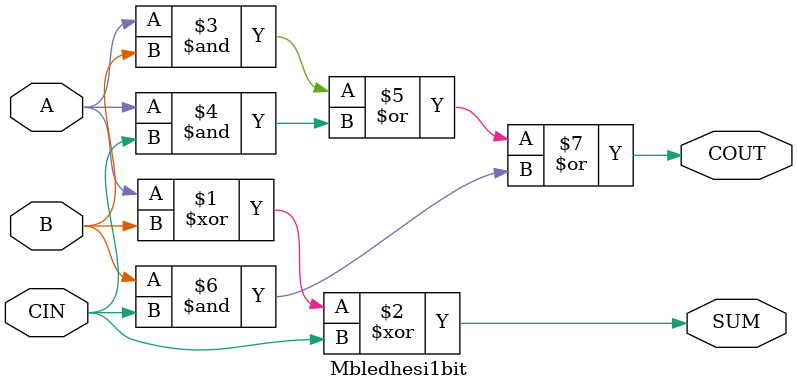
<source format=v>
`timescale 1ns / 1ps


module Mbledhesi1bit(
    input A,
    input B,
    input CIN,
    output SUM,
    output COUT
    );
    
 assign SUM= A^B^CIN;
 
 assign COUT= A&B| A&CIN| B&CIN;
    
endmodule

</source>
